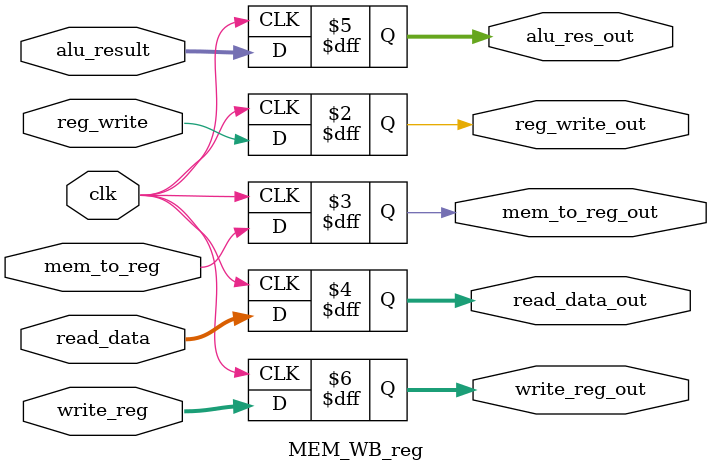
<source format=v>
module MEM_WB_reg(reg_write, mem_to_reg,alu_result,clk,read_data,write_reg,reg_write_out,mem_to_reg_out,read_data_out,alu_res_out,write_reg_out);
  
  input clk;
  input reg_write, mem_to_reg;
  input [4:0] write_reg;
  input [31:0] alu_result, read_data;
  output reg reg_write_out, mem_to_reg_out;
  output reg [31:0] read_data_out,alu_res_out;
  output reg [4:0] write_reg_out;
  
  always@(posedge clk)
    begin
      reg_write_out<=reg_write;
      mem_to_reg_out<=mem_to_reg;
      read_data_out<=read_data;
      alu_res_out<=alu_result;
      write_reg_out<=write_reg;
      
    end
  
  
endmodule
</source>
